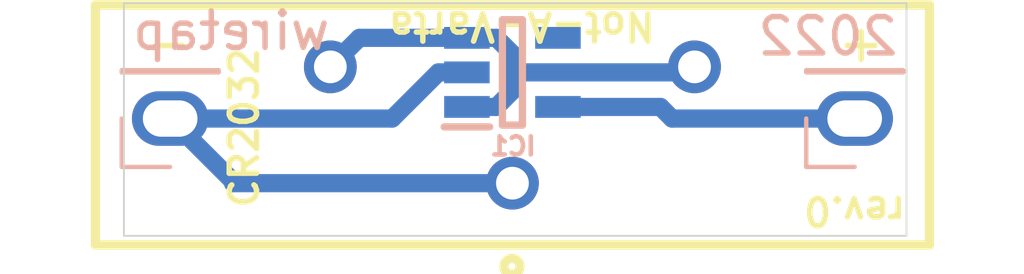
<source format=kicad_pcb>
(kicad_pcb (version 20171130) (host pcbnew "(5.1.6)-1")

  (general
    (thickness 1.6)
    (drawings 11)
    (tracks 19)
    (zones 0)
    (modules 4)
    (nets 5)
  )

  (page A4)
  (layers
    (0 F.Cu signal)
    (31 B.Cu signal)
    (32 B.Adhes user)
    (33 F.Adhes user)
    (34 B.Paste user)
    (35 F.Paste user)
    (36 B.SilkS user)
    (37 F.SilkS user)
    (38 B.Mask user)
    (39 F.Mask user)
    (40 Dwgs.User user)
    (41 Cmts.User user)
    (42 Eco1.User user)
    (43 Eco2.User user)
    (44 Edge.Cuts user)
    (45 Margin user)
    (46 B.CrtYd user)
    (47 F.CrtYd user)
    (48 B.Fab user)
    (49 F.Fab user)
  )

  (setup
    (last_trace_width 0.5)
    (user_trace_width 0.5)
    (trace_clearance 0.2)
    (zone_clearance 0.508)
    (zone_45_only no)
    (trace_min 0.2)
    (via_size 0.8)
    (via_drill 0.4)
    (via_min_size 0.4)
    (via_min_drill 0.3)
    (uvia_size 0.3)
    (uvia_drill 0.1)
    (uvias_allowed no)
    (uvia_min_size 0.2)
    (uvia_min_drill 0.1)
    (edge_width 0.05)
    (segment_width 0.2)
    (pcb_text_width 0.3)
    (pcb_text_size 1.5 1.5)
    (mod_edge_width 0.12)
    (mod_text_size 1 1)
    (mod_text_width 0.15)
    (pad_size 2.1 1.5)
    (pad_drill 1.5)
    (pad_to_mask_clearance 0.05)
    (aux_axis_origin 0 0)
    (visible_elements 7FFFFFFF)
    (pcbplotparams
      (layerselection 0x010fc_ffffffff)
      (usegerberextensions false)
      (usegerberattributes true)
      (usegerberadvancedattributes true)
      (creategerberjobfile true)
      (excludeedgelayer true)
      (linewidth 0.100000)
      (plotframeref false)
      (viasonmask false)
      (mode 1)
      (useauxorigin false)
      (hpglpennumber 1)
      (hpglpenspeed 20)
      (hpglpendiameter 15.000000)
      (psnegative false)
      (psa4output false)
      (plotreference true)
      (plotvalue true)
      (plotinvisibletext false)
      (padsonsilk false)
      (subtractmaskfromsilk false)
      (outputformat 1)
      (mirror false)
      (drillshape 0)
      (scaleselection 1)
      (outputdirectory "//192.168.1.100/Personal/Charlie/~Retro/~PCB's and Kits/Not-A-Varta - CR2032/not-a-varta-cr2032/gerbers/"))
  )

  (net 0 "")
  (net 1 +BATT)
  (net 2 -BATT)
  (net 3 "Net-(IC1-Pad4)")
  (net 4 VDD)

  (net_class Default "This is the default net class."
    (clearance 0.2)
    (trace_width 0.25)
    (via_dia 0.8)
    (via_drill 0.4)
    (uvia_dia 0.3)
    (uvia_drill 0.1)
    (add_net +BATT)
    (add_net -BATT)
    (add_net "Net-(IC1-Pad4)")
    (add_net VDD)
  )

  (module SOT95P280X145-5N (layer B.Cu) (tedit 0) (tstamp 63521406)
    (at 151.638 100.33)
    (descr "MAX 21-0057")
    (tags "Integrated Circuit")
    (path /6351C416)
    (attr smd)
    (fp_text reference IC1 (at 0.016399 2.032) (layer B.SilkS)
      (effects (font (size 0.5 0.5) (thickness 0.125)) (justify mirror))
    )
    (fp_text value MAX40200AUK+T (at 0 0) (layer B.SilkS) hide
      (effects (font (size 1.27 1.27) (thickness 0.254)) (justify mirror))
    )
    (fp_line (start -2.125 1.75) (end 2.125 1.75) (layer B.CrtYd) (width 0.05))
    (fp_line (start 2.125 1.75) (end 2.125 -1.75) (layer B.CrtYd) (width 0.05))
    (fp_line (start 2.125 -1.75) (end -2.125 -1.75) (layer B.CrtYd) (width 0.05))
    (fp_line (start -2.125 -1.75) (end -2.125 1.75) (layer B.CrtYd) (width 0.05))
    (fp_line (start -0.812 1.45) (end 0.812 1.45) (layer B.Fab) (width 0.1))
    (fp_line (start 0.812 1.45) (end 0.812 -1.45) (layer B.Fab) (width 0.1))
    (fp_line (start 0.812 -1.45) (end -0.812 -1.45) (layer B.Fab) (width 0.1))
    (fp_line (start -0.812 -1.45) (end -0.812 1.45) (layer B.Fab) (width 0.1))
    (fp_line (start -0.812 0.5) (end 0.138 1.45) (layer B.Fab) (width 0.1))
    (fp_line (start -0.275 1.45) (end 0.275 1.45) (layer B.SilkS) (width 0.2))
    (fp_line (start 0.275 1.45) (end 0.275 -1.45) (layer B.SilkS) (width 0.2))
    (fp_line (start 0.275 -1.45) (end -0.275 -1.45) (layer B.SilkS) (width 0.2))
    (fp_line (start -0.275 -1.45) (end -0.275 1.45) (layer B.SilkS) (width 0.2))
    (fp_line (start -1.875 1.5) (end -0.625 1.5) (layer B.SilkS) (width 0.2))
    (fp_text user %R (at 0 0) (layer B.Fab)
      (effects (font (size 1.27 1.27) (thickness 0.254)) (justify mirror))
    )
    (pad 1 smd rect (at -1.25 0.95 270) (size 0.6 1.25) (layers B.Cu B.Paste B.Mask)
      (net 1 +BATT))
    (pad 2 smd rect (at -1.25 0 270) (size 0.6 1.25) (layers B.Cu B.Paste B.Mask)
      (net 2 -BATT))
    (pad 3 smd rect (at -1.25 -0.95 270) (size 0.6 1.25) (layers B.Cu B.Paste B.Mask)
      (net 1 +BATT))
    (pad 4 smd rect (at 1.25 -0.95 270) (size 0.6 1.25) (layers B.Cu B.Paste B.Mask)
      (net 3 "Net-(IC1-Pad4)"))
    (pad 5 smd rect (at 1.25 0.95 270) (size 0.6 1.25) (layers B.Cu B.Paste B.Mask)
      (net 4 VDD))
    (model "C:\\Users\\wiretap\\Downloads\\Kicad Library Downloads\\SamacSys_Parts.3dshapes\\MAX40200AUK+T.stp"
      (at (xyz 0 0 0))
      (scale (xyz 1 1 1))
      (rotate (xyz 0 0 0))
    )
  )

  (module Connector_PinHeader_2.54mm:PinHeader_1x01_P2.54mm_Vertical (layer B.Cu) (tedit 636A6486) (tstamp 63521435)
    (at 161.036 101.6)
    (descr "Through hole straight pin header, 1x01, 2.54mm pitch, single row")
    (tags "Through hole pin header THT 1x01 2.54mm single row")
    (path /63524660)
    (fp_text reference J2 (at 0 2.33) (layer B.SilkS) hide
      (effects (font (size 1 1) (thickness 0.15)) (justify mirror))
    )
    (fp_text value Conn_01x01 (at 0 -2.33) (layer B.Fab)
      (effects (font (size 1 1) (thickness 0.15)) (justify mirror))
    )
    (fp_line (start -0.635 1.27) (end 1.27 1.27) (layer B.Fab) (width 0.1))
    (fp_line (start 1.27 1.27) (end 1.27 -1.27) (layer B.Fab) (width 0.1))
    (fp_line (start 1.27 -1.27) (end -1.27 -1.27) (layer B.Fab) (width 0.1))
    (fp_line (start -1.27 -1.27) (end -1.27 0.635) (layer B.Fab) (width 0.1))
    (fp_line (start -1.27 0.635) (end -0.635 1.27) (layer B.Fab) (width 0.1))
    (fp_line (start -1.33 -1.33) (end 1.33 -1.33) (layer B.SilkS) (width 0.12))
    (fp_line (start -1.33 -1.27) (end -1.33 -1.33) (layer B.SilkS) (width 0.12))
    (fp_line (start 1.33 -1.27) (end 1.33 -1.33) (layer B.SilkS) (width 0.12))
    (fp_line (start -1.33 -1.27) (end 1.33 -1.27) (layer B.SilkS) (width 0.12))
    (fp_line (start -1.33 0) (end -1.33 1.33) (layer B.SilkS) (width 0.12))
    (fp_line (start -1.33 1.33) (end 0 1.33) (layer B.SilkS) (width 0.12))
    (fp_line (start -1.8 1.8) (end -1.8 -1.8) (layer B.CrtYd) (width 0.05))
    (fp_line (start -1.8 -1.8) (end 1.8 -1.8) (layer B.CrtYd) (width 0.05))
    (fp_line (start 1.8 -1.8) (end 1.8 1.8) (layer B.CrtYd) (width 0.05))
    (fp_line (start 1.8 1.8) (end -1.8 1.8) (layer B.CrtYd) (width 0.05))
    (fp_text user %R (at 0 0 -90) (layer B.Fab)
      (effects (font (size 1 1) (thickness 0.15)) (justify mirror))
    )
    (pad 1 thru_hole oval (at 0 0) (size 2.1 1.5) (drill oval 1.5 1) (layers *.Cu *.Mask)
      (net 4 VDD))
    (model ${KISYS3DMOD}/Connector_PinHeader_2.54mm.3dshapes/PinHeader_1x01_P2.54mm_Vertical.wrl
      (at (xyz 0 0 0))
      (scale (xyz 1 1 1))
      (rotate (xyz 0 0 0))
    )
  )

  (module Connector_PinHeader_2.54mm:PinHeader_1x01_P2.54mm_Vertical (layer B.Cu) (tedit 636A649C) (tstamp 6352144A)
    (at 142.24 101.6)
    (descr "Through hole straight pin header, 1x01, 2.54mm pitch, single row")
    (tags "Through hole pin header THT 1x01 2.54mm single row")
    (path /63524C70)
    (fp_text reference J3 (at 0 2.33) (layer B.SilkS) hide
      (effects (font (size 1 1) (thickness 0.15)) (justify mirror))
    )
    (fp_text value Conn_01x01 (at 0 -2.33) (layer B.Fab)
      (effects (font (size 1 1) (thickness 0.15)) (justify mirror))
    )
    (fp_line (start 1.8 1.8) (end -1.8 1.8) (layer B.CrtYd) (width 0.05))
    (fp_line (start 1.8 -1.8) (end 1.8 1.8) (layer B.CrtYd) (width 0.05))
    (fp_line (start -1.8 -1.8) (end 1.8 -1.8) (layer B.CrtYd) (width 0.05))
    (fp_line (start -1.8 1.8) (end -1.8 -1.8) (layer B.CrtYd) (width 0.05))
    (fp_line (start -1.33 1.33) (end 0 1.33) (layer B.SilkS) (width 0.12))
    (fp_line (start -1.33 0) (end -1.33 1.33) (layer B.SilkS) (width 0.12))
    (fp_line (start -1.33 -1.27) (end 1.33 -1.27) (layer B.SilkS) (width 0.12))
    (fp_line (start 1.33 -1.27) (end 1.33 -1.33) (layer B.SilkS) (width 0.12))
    (fp_line (start -1.33 -1.27) (end -1.33 -1.33) (layer B.SilkS) (width 0.12))
    (fp_line (start -1.33 -1.33) (end 1.33 -1.33) (layer B.SilkS) (width 0.12))
    (fp_line (start -1.27 0.635) (end -0.635 1.27) (layer B.Fab) (width 0.1))
    (fp_line (start -1.27 -1.27) (end -1.27 0.635) (layer B.Fab) (width 0.1))
    (fp_line (start 1.27 -1.27) (end -1.27 -1.27) (layer B.Fab) (width 0.1))
    (fp_line (start 1.27 1.27) (end 1.27 -1.27) (layer B.Fab) (width 0.1))
    (fp_line (start -0.635 1.27) (end 1.27 1.27) (layer B.Fab) (width 0.1))
    (fp_text user %R (at 0 0 -90) (layer B.Fab)
      (effects (font (size 1 1) (thickness 0.15)) (justify mirror))
    )
    (pad 1 thru_hole oval (at 0 0) (size 2.1 1.5) (drill oval 1.5 1) (layers *.Cu *.Mask)
      (net 2 -BATT))
    (model ${KISYS3DMOD}/Connector_PinHeader_2.54mm.3dshapes/PinHeader_1x01_P2.54mm_Vertical.wrl
      (at (xyz 0 0 0))
      (scale (xyz 1 1 1))
      (rotate (xyz 0 0 0))
    )
  )

  (module S8401-46 (layer F.Cu) (tedit 636A5F25) (tstamp 636ABADA)
    (at 151.638 101.778 180)
    (descr S8401-46)
    (tags "Undefined or Miscellaneous")
    (path /636A644F)
    (fp_text reference J1 (at -0.376 -0.036) (layer F.SilkS) hide
      (effects (font (size 1.27 1.27) (thickness 0.254)))
    )
    (fp_text value S8401-46 (at -0.376 -0.036) (layer F.SilkS) hide
      (effects (font (size 1.27 1.27) (thickness 0.254)))
    )
    (fp_line (start -11.45 -3.3) (end 11.45 -3.3) (layer F.Fab) (width 0.254))
    (fp_line (start 11.45 -3.3) (end 11.45 3.3) (layer F.Fab) (width 0.254))
    (fp_line (start 11.45 3.3) (end -11.45 3.3) (layer F.Fab) (width 0.254))
    (fp_line (start -11.45 3.3) (end -11.45 -3.3) (layer F.Fab) (width 0.254))
    (fp_line (start -11.45 -3.3) (end -11.45 3.3) (layer F.SilkS) (width 0.254))
    (fp_line (start -11.45 3.3) (end 11.45 3.3) (layer F.SilkS) (width 0.254))
    (fp_line (start 11.45 3.3) (end 11.45 -3.3) (layer F.SilkS) (width 0.254))
    (fp_line (start 11.45 -3.3) (end -11.45 -3.3) (layer F.SilkS) (width 0.254))
    (fp_circle (center 0.012 -3.891) (end 0.012 -3.79738) (layer F.SilkS) (width 0.254))
    (fp_text user %R (at -0.376 -0.036) (layer F.Fab)
      (effects (font (size 1.27 1.27) (thickness 0.254)))
    )
    (pad 1 thru_hole circle (at 0 -1.6 180) (size 1.45 1.45) (drill 0.9) (layers *.Cu *.Mask)
      (net 2 -BATT))
    (pad 2 thru_hole circle (at -5 1.6 180) (size 1.45 1.45) (drill 0.9) (layers *.Cu *.Mask)
      (net 1 +BATT))
    (pad 3 thru_hole circle (at 5 1.6 180) (size 1.45 1.45) (drill 0.9) (layers *.Cu *.Mask)
      (net 1 +BATT))
    (model "C:/Users/wiretap/Downloads/Kicad Library Downloads/SamacSys_Parts.3dshapes/s8401-46_asm.stp"
      (offset (xyz 0 3 14))
      (scale (xyz 1 1 1))
      (rotate (xyz -180 0 0))
    )
  )

  (gr_text CR2032 (at 144.272 101.854 90) (layer F.SilkS)
    (effects (font (size 0.75 0.75) (thickness 0.15)))
  )
  (gr_text + (at 161.2138 99.5172) (layer F.SilkS)
    (effects (font (size 1 1) (thickness 0.15)))
  )
  (gr_text - (at 142.2146 99.5172) (layer F.SilkS)
    (effects (font (size 1 1) (thickness 0.15)))
  )
  (gr_text 2022 (at 160.2994 99.3394) (layer B.SilkS)
    (effects (font (size 1 1) (thickness 0.15)) (justify mirror))
  )
  (gr_text wiretap (at 143.9164 99.187) (layer B.SilkS)
    (effects (font (size 1 1) (thickness 0.15)) (justify mirror))
  )
  (gr_text rev.0 (at 161.036 104.14 180) (layer F.SilkS)
    (effects (font (size 0.75 0.75) (thickness 0.15)))
  )
  (gr_text Not-A-Varta (at 151.892 99.06 180) (layer F.SilkS)
    (effects (font (size 0.75 0.75) (thickness 0.15)))
  )
  (gr_line (start 140.97 98.425) (end 162.4584 98.425) (layer Edge.Cuts) (width 0.05))
  (gr_line (start 140.97 104.8258) (end 140.97 98.425) (layer Edge.Cuts) (width 0.05))
  (gr_line (start 162.4584 104.8258) (end 140.97 104.8258) (layer Edge.Cuts) (width 0.05))
  (gr_line (start 162.4584 98.425) (end 162.4584 104.8258) (layer Edge.Cuts) (width 0.05))

  (segment (start 147.436 99.38) (end 150.388 99.38) (width 0.5) (layer B.Cu) (net 1))
  (segment (start 146.638 100.178) (end 147.436 99.38) (width 0.5) (layer B.Cu) (net 1))
  (segment (start 150.388 101.28) (end 151.196 101.28) (width 0.5) (layer B.Cu) (net 1))
  (segment (start 151.196 101.28) (end 151.638 100.838) (width 0.5) (layer B.Cu) (net 1))
  (segment (start 151.196 99.38) (end 150.388 99.38) (width 0.5) (layer B.Cu) (net 1))
  (segment (start 151.638 99.822) (end 151.196 99.38) (width 0.5) (layer B.Cu) (net 1))
  (segment (start 156.486 100.33) (end 156.638 100.178) (width 0.5) (layer B.Cu) (net 1))
  (segment (start 151.638 100.33) (end 151.638 99.822) (width 0.5) (layer B.Cu) (net 1))
  (segment (start 151.638 100.33) (end 156.486 100.33) (width 0.5) (layer B.Cu) (net 1))
  (segment (start 151.638 100.838) (end 151.638 100.33) (width 0.5) (layer B.Cu) (net 1))
  (segment (start 143.9672 103.378) (end 151.638 103.378) (width 0.5) (layer B.Cu) (net 2))
  (segment (start 149.606 100.33) (end 148.336 101.6) (width 0.5) (layer B.Cu) (net 2))
  (segment (start 150.388 100.33) (end 149.606 100.33) (width 0.5) (layer B.Cu) (net 2))
  (segment (start 148.336 101.6) (end 142.24 101.6) (width 0.5) (layer B.Cu) (net 2))
  (segment (start 143.9672 103.3272) (end 142.24 101.6) (width 0.5) (layer B.Cu) (net 2))
  (segment (start 143.9672 103.378) (end 143.9672 103.3272) (width 0.5) (layer B.Cu) (net 2))
  (segment (start 152.888 101.28) (end 155.702 101.28) (width 0.5) (layer B.Cu) (net 4))
  (segment (start 155.702 101.28) (end 156.022 101.6) (width 0.5) (layer B.Cu) (net 4))
  (segment (start 156.022 101.6) (end 161.036 101.6) (width 0.5) (layer B.Cu) (net 4))

)

</source>
